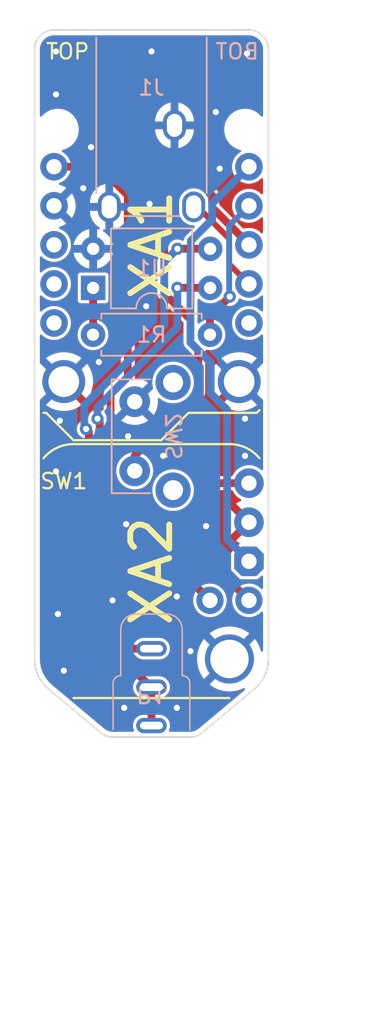
<source format=kicad_pcb>
(kicad_pcb (version 20221018) (generator pcbnew)
  (layers (0 "F.Cu" signal) (31 "B.Cu" signal) (34 "B.Paste" user) (35 "F.Paste" user) (36 "B.SilkS" user "B.Silkscreen") (37 "F.SilkS" user "F.Silkscreen") (38 "B.Mask" user) (39 "F.Mask" user) (44 "Edge.Cuts" user))
  (net 0 "")
  (net 1 "+BATT")
  (net 2 "GND")
  (net 6 "+3.3V")
  (net 7 "Net-(J1-PadT)")
  (net 8 "Net-(P1-PadR)")
  (net 9 "VBUS")
  (net 10 "Net-(P1-PadT)")
  (net 11 "Net-(R1-Pad1)")
  (net 12 "Net-(R1-Pad2)")
  (net 13 "Net-(SW2-Pad1)")
  (net 15 "Net-(SW1-Pad2)")
  (net 16 "Net-(SW1-Pad3)")
  (footprint "footprints:Adafruit LiPoly Backpack" (layer "F.Cu") (at 134.62 111.379 -90)
    (fp_text reference "XA2" (at 0 0 90 unlocked) (layer "F.SilkS") (effects (font (size 2.54 2.54) (thickness 0.381))))
    (fp_text value "Adafruit_LiPoly_Backpack")
    (pad "1" thru_hole circle (at -5.715 -6.35 270) (size 1.9304 1.9304) (drill 1) (layers "*.Cu" "*.Mask") (net 1 "+BATT"))
    (pad "2" thru_hole circle (at -3.175 -6.35 270) (size 1.9304 1.9304) (drill 1) (layers "*.Cu" "*.Mask") (net 2 "GND"))
    (pad "3" thru_hole roundrect (at -0.635 -6.35 270) (size 1.9304 1.9304) (drill 1) (layers "*.Cu" "*.Mask") (roundrect_rratio 0) (chamfer_ratio 0.25) (chamfer top_left top_right bottom_left bottom_right) (net 9 "VBUS"))
    (pad "4" thru_hole circle (at 1.905 -6.35 270) (size 1.778 1.778) (drill 1) (layers "*.Cu" "*.Mask") (net 16 "Net-(SW1-Pad3)"))
    (pad "5" thru_hole circle (at 1.905 -3.81 270) (size 1.778 1.778) (drill 1) (layers "*.Cu" "*.Mask") (net 15 "Net-(SW1-Pad2)"))
    (pad "6" thru_hole circle (at 5.715 -5.08 270) (size 3.2 3.2) (drill 2.5) (layers "*.Cu" "*.Mask") (net 2 "GND"))
  )
  (footprint "footprints:Adafruit Trinket M0" (layer "F.Cu") (at 134.62 90.17)
    (fp_text reference "XA1" (at 0 0 90 unlocked) (layer "F.SilkS") (effects (font (size 2.54 2.54) (thickness 0.381))))
    (fp_text value "Adafruit_Trinket_M0")
    (pad "" np_thru_hole circle (at -6.096 -7.493) (size 2.2 2.2) (drill 2.2) (layers "F&B.Cu" "*.Mask"))
    (pad "" np_thru_hole circle (at 6.096 -7.493) (size 2.2 2.2) (drill 2.2) (layers "F&B.Cu" "*.Mask"))
    (pad "1" thru_hole circle (at -6.35 -5.08) (size 1.8 1.8) (drill 1) (layers "*.Cu" "*.Mask") (net 1 "+BATT"))
    (pad "2" thru_hole circle (at -6.35 -2.54) (size 1.8 1.8) (drill 1) (layers "*.Cu" "*.Mask") (net 2 "GND"))
    (pad "3" thru_hole circle (at -6.35 0) (size 1.8 1.8) (drill 1) (layers "*.Cu" "*.Mask"))
    (pad "4" thru_hole circle (at -6.35 2.54) (size 1.8 1.8) (drill 1) (layers "*.Cu" "*.Mask"))
    (pad "5" thru_hole circle (at -6.35 5.08) (size 1.8 1.8) (drill 1) (layers "*.Cu" "*.Mask"))
    (pad "6" thru_hole circle (at 6.35 5.08) (size 1.8 1.8) (drill 1) (layers "*.Cu" "*.Mask") (net 6 "+3.3V"))
    (pad "7" thru_hole circle (at 6.35 2.54) (size 1.8 1.8) (drill 1) (layers "*.Cu" "*.Mask") (net 7 "Net-(J1-PadT)"))
    (pad "8" thru_hole circle (at 6.35 0) (size 1.8 1.8) (drill 1) (layers "*.Cu" "*.Mask") (net 13 "Net-(SW2-Pad1)"))
    (pad "9" thru_hole circle (at 6.35 -2.54) (size 1.8 1.8) (drill 1) (layers "*.Cu" "*.Mask") (net 11 "Net-(R1-Pad1)"))
    (pad "10" thru_hole circle (at 6.35 -5.08) (size 1.8 1.8) (drill 1) (layers "*.Cu" "*.Mask") (net 9 "VBUS"))
    (pad "11" thru_hole circle (at 5.715 8.89) (size 2.8 2.8) (drill 2) (layers "*.Cu" "*.Mask") (net 2 "GND"))
    (pad "12" thru_hole circle (at -5.715 8.89) (size 2.8 2.8) (drill 2) (layers "*.Cu" "*.Mask") (net 2 "GND"))
  )
  (footprint "footprints:CSS-1210TB" (layer "F.Cu") (at 128.3 110.744 -90)
    (fp_text reference "SW1" (at -5.207 -0.605 unlocked) (layer "F.SilkS"))
    (fp_text value "CSS-1210TB")
    (pad "1" smd roundrect (at -3 -2.35) (size 2.5 1) (layers "F.Cu" "F.Paste" "F.Mask"))
    (pad "2" smd roundrect (at 1 -2.35) (size 2.5 1) (layers "F.Cu" "F.Paste" "F.Mask") (net 15 "Net-(SW1-Pad2)"))
    (pad "3" smd roundrect (at -1 -2.35) (size 2.5 1) (layers "F.Cu" "F.Paste" "F.Mask") (net 16 "Net-(SW1-Pad3)"))
  )
  (footprint "Resistor_THT:R_Axial_DIN0207_L6.3mm_D2.5mm_P7.62mm_Horizontal" (layer "B.Cu") (at 138.43 96.012 180)
    (fp_text reference "R1" (at 3.81 0) (layer "B.SilkS") (effects (justify mirror)))
    (fp_text value "330")
    (fp_line (start 0.54 -1.37) (end 7.08 -1.37) (stroke (width 0.12)) (layer "B.SilkS"))
    (fp_line (start 0.54 -1.04) (end 0.54 -1.37) (stroke (width 0.12)) (layer "B.SilkS"))
    (fp_line (start 0.54 1.04) (end 0.54 1.37) (stroke (width 0.12)) (layer "B.SilkS"))
    (fp_line (start 0.54 1.37) (end 7.08 1.37) (stroke (width 0.12)) (layer "B.SilkS"))
    (fp_line (start 7.08 -1.37) (end 7.08 -1.04) (stroke (width 0.12)) (layer "B.SilkS"))
    (fp_line (start 7.08 1.37) (end 7.08 1.04) (stroke (width 0.12)) (layer "B.SilkS"))
    (pad "1" thru_hole circle (at 0 0 180) (size 1.6 1.6) (drill 0.8) (layers "*.Cu" "*.Mask") (net 11 "Net-(R1-Pad1)"))
    (pad "2" thru_hole oval (at 7.62 0 180) (size 1.6 1.6) (drill 0.8) (layers "*.Cu" "*.Mask") (net 12 "Net-(R1-Pad2)"))
  )
  (footprint "Package_DIP:DIP-4_W7.62mm" (layer "B.Cu") (at 130.82 92.969)
    (fp_text reference "U1" (at 3.81 -1.275) (layer "B.SilkS") (effects (justify mirror)))
    (fp_text value "AB30")
    (fp_line (start 1.16 -3.87) (end 6.46 -3.87) (stroke (width 0.12)) (layer "B.SilkS"))
    (fp_line (start 1.16 1.33) (end 1.16 -3.87) (stroke (width 0.12)) (layer "B.SilkS"))
    (fp_line (start 2.81 1.33) (end 1.16 1.33) (stroke (width 0.12)) (layer "B.SilkS"))
    (fp_line (start 6.46 -3.87) (end 6.46 1.33) (stroke (width 0.12)) (layer "B.SilkS"))
    (fp_line (start 6.46 1.33) (end 4.81 1.33) (stroke (width 0.12)) (layer "B.SilkS"))
    (fp_arc (start 2.81 1.33) (mid 3.81 0.33) (end 4.81 1.33) (stroke (width 0.12)) (layer "B.SilkS"))
    (pad "1" thru_hole rect (at 0 0) (size 1.6 1.6) (drill 0.8) (layers "*.Cu" "*.Mask") (net 12 "Net-(R1-Pad2)"))
    (pad "2" thru_hole oval (at 0 -2.54) (size 1.6 1.6) (drill 0.8) (layers "*.Cu" "*.Mask") (net 2 "GND"))
    (pad "3" thru_hole oval (at 7.62 -2.54) (size 1.6 1.6) (drill 0.8) (layers "*.Cu" "*.Mask") (net 8 "Net-(P1-PadR)"))
    (pad "4" thru_hole oval (at 7.62 0) (size 1.6 1.6) (drill 0.8) (layers "*.Cu" "*.Mask") (net 10 "Net-(P1-PadT)"))
  )
  (footprint "footprints:SP-3533-02" (layer "B.Cu") (at 134.62 118.924)
    (fp_text reference "P1" (at 0 0.5 180 unlocked) (layer "B.SilkS") (effects (justify mirror)))
    (fp_text value "SP-3533-02")
    (fp_line (start -2.5 -0.25) (end -2.5 2.75) (stroke (width 0.1)) (layer "B.SilkS"))
    (fp_line (start -2 -3.75) (end -2 -0.75) (stroke (width 0.1)) (layer "B.SilkS"))
    (fp_line (start 1 -4.75) (end -1 -4.75) (stroke (width 0.1)) (layer "B.SilkS"))
    (fp_line (start 2 -0.75) (end 2 -3.75) (stroke (width 0.1)) (layer "B.SilkS"))
    (fp_line (start 2.5 2.75) (end 2.5 -0.25) (stroke (width 0.1)) (layer "B.SilkS"))
    (fp_arc (start -2.5 -0.25) (mid -2.353553 -0.603553) (end -2 -0.75) (stroke (width 0.1)) (layer "B.SilkS"))
    (fp_arc (start -2 -3.75) (mid -1.707107 -4.457107) (end -1 -4.75) (stroke (width 0.1)) (layer "B.SilkS"))
    (fp_arc (start 1 -4.75) (mid 1.707107 -4.457107) (end 2 -3.75) (stroke (width 0.1)) (layer "B.SilkS"))
    (fp_arc (start 2 -0.75) (mid 2.353553 -0.603553) (end 2.5 -0.25) (stroke (width 0.1)) (layer "B.SilkS"))
    (pad "R" thru_hole oval (at 0 0) (size 2 1) (drill oval 1.5 0.5) (layers "*.Cu" "*.Mask") (net 8 "Net-(P1-PadR)"))
    (pad "S" thru_hole oval (at 0 2.5) (size 2 1) (drill oval 1.5 0.5) (layers "*.Cu" "*.Mask") (net 8 "Net-(P1-PadR)"))
    (pad "T" thru_hole oval (at 0 -2.5) (size 2 1) (drill oval 1.5 0.5) (layers "*.Cu" "*.Mask") (net 10 "Net-(P1-PadT)"))
  )
  (footprint "footprints:TS11-674-XX-BK-XXX-RA-D" (layer "B.Cu") (at 133.527 102.616 90)
    (fp_text reference "SW2" (at 0 2.5 270 unlocked) (layer "B.SilkS") (effects (justify mirror)))
    (fp_text value "TS11")
    (fp_line (start -3.7 -1.5) (end 3.7 -1.5) (stroke (width 0.12)) (layer "B.SilkS"))
    (fp_line (start -3.7 1) (end -3.7 -1.5) (stroke (width 0.12)) (layer "B.SilkS"))
    (fp_line (start 3.7 -1.5) (end 3.7 1) (stroke (width 0.12)) (layer "B.SilkS"))
    (pad "1" thru_hole circle (at -2.25 0 90) (size 2 2) (drill 1) (layers "*.Cu" "*.Mask") (net 13 "Net-(SW2-Pad1)"))
    (pad "2" thru_hole circle (at 2.25 0 90) (size 2 2) (drill 1) (layers "*.Cu" "*.Mask") (net 2 "GND"))
    (pad "3" thru_hole circle (at 3.5 2.5 90) (size 2.3 2.3) (drill 1.3) (layers "*.Cu" "*.Mask"))
    (pad "4" thru_hole circle (at -3.5 2.5 90) (size 2.3 2.3) (drill 1.3) (layers "*.Cu" "*.Mask"))
  )
  (footprint "footprints:STX-3000" (layer "B.Cu") (at 134.62 76.2 180)
    (fp_text reference "J1" (at 0 -3.75 unlocked) (layer "B.SilkS") (effects (justify mirror)))
    (fp_text value "STX-3000")
    (fp_line (start -3.6 -10.6) (end -3.6 -0.5) (stroke (width 0.12)) (layer "B.SilkS"))
    (fp_line (start 1.8 -12.1) (end -1.8 -12.1) (stroke (width 0.12)) (layer "B.SilkS"))
    (fp_line (start 3.6 -0.5) (end 3.6 -10.6) (stroke (width 0.12)) (layer "B.SilkS"))
    (pad "R" thru_hole oval (at 2.75 -11.5 90) (size 2 1.5) (drill oval 1.5 1) (layers "*.Cu" "*.Mask") (net 2 "GND"))
    (pad "S" thru_hole oval (at -1.5 -6.2 90) (size 2 1.5) (drill oval 1.5 1) (layers "*.Cu" "*.Mask") (net 2 "GND"))
    (pad "T" thru_hole oval (at -2.75 -11.5 90) (size 2 1.5) (drill oval 1.5 1) (layers "*.Cu" "*.Mask") (net 7 "Net-(J1-PadT)"))
  )
  (gr_arc (start 139.7 103.124) (mid 140.780652 103.365097) (end 141.6558 104.043368) (stroke (width 0.15)) (layer "F.SilkS"))
  (gr_arc (start 127.5842 104.043368) (mid 128.459348 103.365097) (end 129.54 103.124) (stroke (width 0.15)) (layer "F.SilkS"))
  (gr_line (start 129.54 102.87) (end 127.762 101.092) (stroke (width 0.15)) (layer "F.SilkS"))
  (gr_line (start 129.54 103.124) (end 139.7 103.124) (stroke (width 0.15)) (layer "F.SilkS"))
  (gr_line (start 135.255 102.87) (end 129.54 102.87) (stroke (width 0.15)) (layer "F.SilkS"))
  (gr_line (start 127.762 101.092) (end 127.5842 101.092) (stroke (width 0.15)) (layer "F.SilkS"))
  (gr_line (start 141.478 101.092) (end 137.033 101.092) (stroke (width 0.15)) (layer "F.SilkS"))
  (gr_line (start 137.033 101.092) (end 135.255 102.87) (stroke (width 0.15)) (layer "F.SilkS"))
  (gr_line (start 141.478 101.092) (end 141.6558 100.9142) (stroke (width 0.15)) (layer "F.SilkS"))
  (gr_line (start 129.54 119.634) (end 139.7 119.634) (stroke (width 0.15)) (layer "F.SilkS"))
  (gr_line (start 127 77.47) (end 127 117.094) (stroke (width 0.1)) (layer "Edge.Cuts"))
  (gr_arc (start 127 77.47) (mid 127.371974 76.571974) (end 128.27 76.2) (stroke (width 0.1)) (layer "Edge.Cuts"))
  (gr_arc (start 140.97 76.2) (mid 141.868026 76.571974) (end 142.24 77.47) (stroke (width 0.1)) (layer "Edge.Cuts"))
  (gr_line (start 140.97 76.2) (end 128.27 76.2) (stroke (width 0.1)) (layer "Edge.Cuts"))
  (gr_line (start 132.12 122.174) (end 137.12 122.174) (stroke (width 0.1)) (layer "Edge.Cuts"))
  (gr_arc (start 127.911617 119.043351) (mid 127.239728 118.169726) (end 127 117.094) (stroke (width 0.1)) (layer "Edge.Cuts"))
  (gr_line (start 131.305809 121.878675) (end 127.911617 119.043351) (stroke (width 0.1)) (layer "Edge.Cuts"))
  (gr_line (start 142.24 117.094) (end 142.24 77.47) (stroke (width 0.1)) (layer "Edge.Cuts"))
  (gr_arc (start 137.934191 121.878675) (mid 137.553066 122.097936) (end 137.12 122.174) (stroke (width 0.1)) (layer "Edge.Cuts"))
  (gr_arc (start 132.12 122.174) (mid 131.686934 122.097936) (end 131.305809 121.878675) (stroke (width 0.1)) (layer "Edge.Cuts"))
  (gr_arc (start 142.24 117.094) (mid 142.000272 118.169726) (end 141.328383 119.043351) (stroke (width 0.1)) (layer "Edge.Cuts"))
  (gr_line (start 141.328383 119.043351) (end 137.934191 121.878675) (stroke (width 0.1)) (layer "Edge.Cuts"))
  (gr_text "BOT" (at 140.208 77.597) (layer "B.SilkS") (effects (font (size 1 1)) (justify mirror)))
  (gr_text "TOP" (at 129.159 77.597) (layer "F.SilkS") (effects (font (size 1 1))))
  (segment (start 133.074 86.951287) (end 131.212713 85.09) (width 0.508) (layer "F.Cu") (net 1))
  (segment (start 133.074 98.762733) (end 133.074 86.951287) (width 0.508) (layer "F.Cu") (net 1))
  (segment (start 131.953 99.883733) (end 133.074 98.762733) (width 0.508) (layer "F.Cu") (net 1))
  (segment (start 136.691399 107.72) (end 134.263 107.72) (width 0.508) (layer "F.Cu") (net 1))
  (segment (start 140.97 105.664) (end 138.747399 105.664) (width 0.508) (layer "F.Cu") (net 1))
  (segment (start 131.212713 85.09) (end 128.27 85.09) (width 0.508) (layer "F.Cu") (net 1))
  (segment (start 131.953 105.41) (end 131.953 99.883733) (width 0.508) (layer "F.Cu") (net 1))
  (segment (start 134.263 107.72) (end 131.953 105.41) (width 0.508) (layer "F.Cu") (net 1))
  (segment (start 138.747399 105.664) (end 136.691399 107.72) (width 0.508) (layer "F.Cu") (net 1))
  (via (at 138.176 108.458) (size 0.8) (drill 0.4) (layers "F.Cu" "B.Cu") (net 2))
  (via (at 130.683 83.82) (size 0.8) (drill 0.4) (layers "F.Cu" "B.Cu") (net 2))
  (via (at 140.716 103.886) (size 0.8) (drill 0.4) (layers "F.Cu" "B.Cu") (net 2))
  (via (at 133.096 102.616) (size 0.8) (drill 0.4) (layers "F.Cu" "B.Cu") (net 2))
  (via (at 128.397 80.391) (size 0.8) (drill 0.4) (layers "F.Cu" "B.Cu") (net 2))
  (via (at 139.065 85.217) (size 0.8) (drill 0.4) (layers "F.Cu" "B.Cu") (net 2))
  (via (at 132.08 113.284) (size 0.8) (drill 0.4) (layers "F.Cu" "B.Cu") (net 2))
  (via (at 134.62 77.597) (size 0.8) (drill 0.4) (layers "F.Cu" "B.Cu") (net 2))
  (via (at 131.191 97.79) (size 0.8) (drill 0.4) (layers "F.Cu" "B.Cu") (net 2))
  (via (at 134.275651 94.160696) (size 0.8) (drill 0.4) (layers "F.Cu" "B.Cu") (net 2))
  (via (at 137.16 116.586) (size 0.8) (drill 0.4) (layers "F.Cu" "B.Cu") (net 2))
  (via (at 128.524 114.173) (size 0.8) (drill 0.4) (layers "F.Cu" "B.Cu") (net 2))
  (via (at 128.651 101.6) (size 0.8) (drill 0.4) (layers "F.Cu" "B.Cu") (net 2))
  (via (at 128.905 117.856) (size 0.8) (drill 0.4) (layers "F.Cu" "B.Cu") (net 2))
  (via (at 140.716 101.473) (size 0.8) (drill 0.4) (layers "F.Cu" "B.Cu") (net 2))
  (via (at 130.175 86.487) (size 0.8) (drill 0.4) (layers "F.Cu" "B.Cu") (net 2))
  (via (at 136.271 120.269) (size 0.8) (drill 0.4) (layers "F.Cu" "B.Cu") (net 2))
  (via (at 128.397 104.902) (size 0.8) (drill 0.4) (layers "F.Cu" "B.Cu") (net 2))
  (via (at 135.382 103.886) (size 0.8) (drill 0.4) (layers "F.Cu" "B.Cu") (net 2))
  (via (at 128.397 77.597) (size 0.8) (drill 0.4) (layers "F.Cu" "B.Cu") (net 2))
  (via (at 136.271 113.03) (size 0.8) (drill 0.4) (layers "F.Cu" "B.Cu") (net 2))
  (via (at 132.969 108.331) (size 0.8) (drill 0.4) (layers "F.Cu" "B.Cu") (net 2))
  (via (at 140.843 77.724) (size 0.8) (drill 0.4) (layers "F.Cu" "B.Cu") (net 2))
  (via (at 134.493 87.503) (size 0.8) (drill 0.4) (layers "F.Cu" "B.Cu") (net 2))
  (via (at 138.811 81.534) (size 0.8) (drill 0.4) (layers "F.Cu" "B.Cu") (net 2))
  (via (at 132.842 120.269) (size 0.8) (drill 0.4) (layers "F.Cu" "B.Cu") (net 2))
  (segment (start 137.37 87.7) (end 137.62 87.7) (width 0.381) (layer "F.Cu") (net 7))
  (segment (start 139.6795 91.4195) (end 140.97 92.71) (width 0.381) (layer "F.Cu") (net 7))
  (segment (start 137.62 87.7) (end 139.6795 89.7595) (width 0.381) (layer "F.Cu") (net 7))
  (segment (start 139.6795 89.7595) (end 139.6795 91.4195) (width 0.381) (layer "F.Cu") (net 7))
  (segment (start 134.62 121.424) (end 134.62 118.924) (width 0.508) (layer "F.Cu") (net 8))
  (segment (start 130.537 104.61013) (end 130.537 103.251) (width 0.508) (layer "F.Cu") (net 8))
  (segment (start 128.238 112.578869) (end 128.238 107.696) (width 0.508) (layer "F.Cu") (net 8))
  (segment (start 136.30692 90.423196) (end 138.434196 90.423196) (width 0.508) (layer "F.Cu") (net 8))
  (segment (start 134.583131 118.924) (end 132.376394 116.717263) (width 0.508) (layer "F.Cu") (net 8))
  (segment (start 130.537 102.321926) (end 130.355427 102.140353) (width 0.508) (layer "F.Cu") (net 8))
  (segment (start 129.892565 105.254565) (end 130.537 104.61013) (width 0.508) (layer "F.Cu") (net 8))
  (segment (start 134.62 118.924) (end 134.583131 118.924) (width 0.508) (layer "F.Cu") (net 8))
  (segment (start 130.537 103.251) (end 130.537 102.321926) (width 0.508) (layer "F.Cu") (net 8))
  (segment (start 132.376394 116.717263) (end 128.238 112.578869) (width 0.508) (layer "F.Cu") (net 8))
  (segment (start 128.238 107.696) (end 128.238 106.90913) (width 0.508) (layer "F.Cu") (net 8))
  (segment (start 138.434196 90.423196) (end 138.44 90.429) (width 0.508) (layer "F.Cu") (net 8))
  (segment (start 128.238 106.90913) (end 129.892565 105.254565) (width 0.508) (layer "F.Cu") (net 8))
  (via (at 130.355427 102.140353) (size 0.8) (drill 0.4) (layers "F.Cu" "B.Cu") (net 8))
  (via (at 136.30692 90.423196) (size 0.8) (drill 0.4) (layers "F.Cu" "B.Cu") (net 8))
  (segment (start 135.4525 91.277616) (end 136.30692 90.423196) (width 0.508) (layer "B.Cu") (net 8))
  (segment (start 130.806237 100.029233) (end 135.4525 95.38297) (width 0.508) (layer "B.Cu") (net 8))
  (segment (start 135.4525 92.964) (end 135.4525 91.277616) (width 0.508) (layer "B.Cu") (net 8))
  (segment (start 130.2455 102.030426) (end 130.2455 101.346) (width 0.508) (layer "B.Cu") (net 8))
  (segment (start 130.2455 100.58997) (end 130.806237 100.029233) (width 0.508) (layer "B.Cu") (net 8))
  (segment (start 130.2455 101.346) (end 130.2455 100.58997) (width 0.508) (layer "B.Cu") (net 8))
  (segment (start 130.355427 102.140353) (end 130.2455 102.030426) (width 0.508) (layer "B.Cu") (net 8))
  (segment (start 135.4525 95.38297) (end 135.4525 92.964) (width 0.508) (layer "B.Cu") (net 8))
  (segment (start 140.97 110.744) (end 139.5508 109.3248) (width 0.508) (layer "B.Cu") (net 9))
  (segment (start 137.186 89.909576) (end 138.574 88.521576) (width 0.508) (layer "B.Cu") (net 9))
  (segment (start 137.16 90.45) (end 137.186 90.424) (width 0.508) (layer "B.Cu") (net 9))
  (segment (start 137.16 96.515424) (end 137.16 90.45) (width 0.508) (layer "B.Cu") (net 9))
  (segment (start 139.5508 109.3248) (end 139.5508 100.897752) (width 0.508) (layer "B.Cu") (net 9))
  (segment (start 138.574 88.521576) (end 138.574 87.486) (width 0.508) (layer "B.Cu") (net 9))
  (segment (start 138.481 99.827952) (end 138.481 97.836424) (width 0.508) (layer "B.Cu") (net 9))
  (segment (start 138.481 97.836424) (end 137.16 96.515424) (width 0.508) (layer "B.Cu") (net 9))
  (segment (start 137.186 90.424) (end 137.186 89.909576) (width 0.508) (layer "B.Cu") (net 9))
  (segment (start 139.5508 100.897752) (end 138.481 99.827952) (width 0.508) (layer "B.Cu") (net 9))
  (segment (start 138.574 87.486) (end 140.97 85.09) (width 0.508) (layer "B.Cu") (net 9))
  (segment (start 131.245 104.903394) (end 131.245 103.124) (width 0.508) (layer "F.Cu") (net 10))
  (segment (start 133.084394 116.424) (end 128.946 112.285606) (width 0.508) (layer "F.Cu") (net 10))
  (segment (start 134.62 116.424) (end 133.084394 116.424) (width 0.508) (layer "F.Cu") (net 10))
  (segment (start 128.946 107.202394) (end 131.245 104.903394) (width 0.508) (layer "F.Cu") (net 10))
  (segment (start 138.435 92.964) (end 138.44 92.969) (width 0.508) (layer "F.Cu") (net 10))
  (segment (start 131.245 103.124) (end 131.245 101.6185) (width 0.508) (layer "F.Cu") (net 10))
  (segment (start 131.245 101.6185) (end 131.0995 101.473) (width 0.508) (layer "F.Cu") (net 10))
  (segment (start 128.946 112.285606) (end 128.946 107.569) (width 0.508) (layer "F.Cu") (net 10))
  (segment (start 136.3065 92.964) (end 138.435 92.964) (width 0.508) (layer "F.Cu") (net 10))
  (segment (start 128.946 107.569) (end 128.946 107.202394) (width 0.508) (layer "F.Cu") (net 10))
  (via (at 136.3065 92.964) (size 0.8) (drill 0.4) (layers "F.Cu" "B.Cu") (net 10))
  (via (at 131.0995 101.473) (size 0.8) (drill 0.4) (layers "F.Cu" "B.Cu") (net 10))
  (segment (start 131.0995 101.473) (end 131.0995 100.737233) (width 0.508) (layer "B.Cu") (net 10))
  (segment (start 132.682367 99.154366) (end 136.3065 95.530233) (width 0.508) (layer "B.Cu") (net 10))
  (segment (start 131.0995 100.737233) (end 132.682367 99.154366) (width 0.508) (layer "B.Cu") (net 10))
  (segment (start 136.3065 95.530233) (end 136.3065 92.964) (width 0.508) (layer "B.Cu") (net 10))
  (segment (start 138.43 96.012) (end 138.43 94.825998) (width 0.508) (layer "F.Cu") (net 11))
  (segment (start 138.43 94.825998) (end 139.719101 93.536897) (width 0.508) (layer "F.Cu") (net 11))
  (via (at 139.719101 93.536897) (size 0.8) (drill 0.4) (layers "F.Cu" "B.Cu") (net 11))
  (segment (start 139.719101 93.536897) (end 139.6795 93.497296) (width 0.381) (layer "B.Cu") (net 11))
  (segment (start 139.6795 88.9205) (end 140.97 87.63) (width 0.381) (layer "B.Cu") (net 11))
  (segment (start 139.6795 93.497296) (end 139.6795 88.9205) (width 0.381) (layer "B.Cu") (net 11))
  (segment (start 130.82 92.969) (end 130.82 96.002) (width 0.508) (layer "F.Cu") (net 12))
  (segment (start 130.82 96.002) (end 130.81 96.012) (width 0.508) (layer "F.Cu") (net 12))
  (segment (start 140.97 90.17) (end 140.97 90.138539) (width 0.508) (layer "F.Cu") (net 13))
  (segment (start 137.668 97.023424) (end 137.668 99.743399) (width 0.508) (layer "F.Cu") (net 13))
  (segment (start 135.4525 90.069877) (end 135.4525 93.317739) (width 0.508) (layer "F.Cu") (net 13))
  (segment (start 138.574 86.951287) (end 137.868713 86.246) (width 0.508) (layer "F.Cu") (net 13))
  (segment (start 136.166 89.356377) (end 135.4525 90.069877) (width 0.508) (layer "F.Cu") (net 13))
  (segment (start 137.16 95.025239) (end 137.16 96.515424) (width 0.508) (layer "F.Cu") (net 13))
  (segment (start 137.868713 86.246) (end 136.871287 86.246) (width 0.508) (layer "F.Cu") (net 13))
  (segment (start 135.4525 93.317739) (end 137.16 95.025239) (width 0.508) (layer "F.Cu") (net 13))
  (segment (start 133.527 103.884399) (end 133.527 104.866) (width 0.508) (layer "F.Cu") (net 13))
  (segment (start 137.16 96.515424) (end 137.668 97.023424) (width 0.508) (layer "F.Cu") (net 13))
  (segment (start 138.574 87.742539) (end 138.574 86.951287) (width 0.508) (layer "F.Cu") (net 13))
  (segment (start 140.97 90.138539) (end 138.574 87.742539) (width 0.508) (layer "F.Cu") (net 13))
  (segment (start 136.871287 86.246) (end 136.166 86.951287) (width 0.508) (layer "F.Cu") (net 13))
  (segment (start 136.166 86.951287) (end 136.166 89.356377) (width 0.508) (layer "F.Cu") (net 13))
  (segment (start 137.668 99.743399) (end 133.527 103.884399) (width 0.508) (layer "F.Cu") (net 13))
  (segment (start 136.89 111.744) (end 130.65 111.744) (width 0.508) (layer "F.Cu") (net 15))
  (segment (start 138.43 113.284) (end 136.89 111.744) (width 0.508) (layer "F.Cu") (net 15))
  (segment (start 130.65 109.744) (end 137.43 109.744) (width 0.508) (layer "F.Cu") (net 16))
  (segment (start 137.43 109.744) (end 140.97 113.284) (width 0.508) (layer "F.Cu") (net 16))
  (zone (net 2) (net_name "GND") (layers "F&B.Cu") (connect_pads (clearance 0.1524)) (min_thickness 0.1524) (fill yes (thermal_gap 0.508) (thermal_bridge_width 0.508))
    (polygon (pts (xy 143.51 123.19) (xy 125.73 123.19) (xy 125.73 74.93) (xy 143.51 74.93)))
  )
)
</source>
